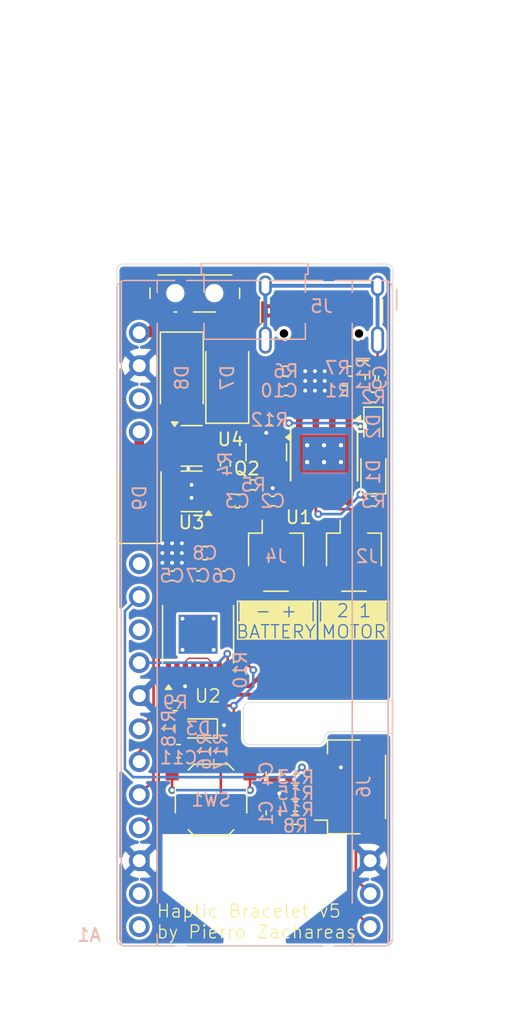
<source format=kicad_pcb>
(kicad_pcb (version 20241229) (generator "pcbnew") (generator_version "9.0")
  (layers (0 "F.Cu" signal) (2 "B.Cu" signal) (13 "F.Paste" user) (15 "B.Paste" user) (5 "F.SilkS" user "F.Silkscreen") (7 "B.SilkS" user "B.Silkscreen") (1 "F.Mask" user) (3 "B.Mask" user) (25 "Edge.Cuts" user))
  (net 0 "")
  (net 1 "GND")
  (net 2 "Net-(U4-VCC)")
  (net 3 "+BATT")
  (net 4 "Net-(U4-CS)")
  (net 5 "Net-(U1-~{STDBY})")
  (net 6 "Net-(D1-K)")
  (net 7 "Net-(J6-Pin_3)")
  (net 8 "Net-(J6-Pin_2)")
  (net 9 "AUX_DIGITAL")
  (net 10 "+5V")
  (net 11 "Net-(D2-K)")
  (net 12 "Net-(U1-~{CHRG})")
  (net 13 "Net-(U1-Prog)")
  (net 14 "AUX_DETECT")
  (net 15 "Net-(U2-nSleep)")
  (net 16 "+3V3")
  (net 17 "Net-(U3-G1)")
  (net 19 "-BATT")
  (net 20 "Net-(U3-G2)")
  (net 23 "VCC")
  (net 24 "IA1")
  (net 25 "MA1")
  (net 26 "MA2")
  (net 27 "IA2")
  (net 28 "Net-(U2-VCP)")
  (net 29 "Net-(U2-VINT)")
  (net 30 "Net-(A1-3V3)")
  (net 31 "Net-(A1-VSYS)")
  (net 32 "AUX_ANALOG")
  (net 35 "PAIR_BUTTON")
  (net 38 "Net-(J5-CC2)")
  (net 39 "Net-(J5-SHIELD)")
  (net 40 "Net-(J5-CC1)")
  (net 42 "Net-(R16-Pad2)")
  (net 45 "Net-(D8-K)")
  (net 49 "LED")
  (net 50 "Net-(D3-A)")
  (net 51 "nFAULT")
  (footprint "Button_Switch_THT:SW_SPDT_PCM12 vertical" (layer "F.Cu") (at 162.75 76.255 180)
    (property "Reference" "SW2" (hide yes))
    (property "Value" "SW_SPDT" (hide yes))
  )
  (footprint "Connector_JST:JST_SH_SM02B-SRSS-TB_1x02-1MP_P1.00mm_Horizontal" (layer "F.Cu") (at 166.75 94.75)
    (property "Reference" "J4")
    (property "Value" "Conn_01x02")
  )
  (footprint "Package_TO_SOT_SMD:SOT-23-6" (layer "F.Cu") (at 160.25 86.25)
    (property "Reference" "U4")
    (property "Value" "DW01A")
  )
  (footprint "Resistor_SMD:R_0402_1005Metric" (layer "F.Cu") (at 167.5 80.5)
    (property "Reference" "R6")
    (property "Value" "5.1k")
  )
  (footprint "Resistor_SMD:R_0402_1005Metric" (layer "F.Cu") (at 165 89.25)
    (property "Reference" "R5")
    (property "Value" "100")
  )
  (footprint "Resistor_SMD:R_0402_1005Metric" (layer "F.Cu") (at 166.25 84.25 180)
    (property "Reference" "R12")
    (property "Value" "10k")
  )
  (footprint "Capacitor_SMD:C_0402_1005Metric" (layer "F.Cu") (at 166.5 90.5)
    (property "Reference" "C2")
    (property "Value" "10 uF")
  )
  (footprint "Capacitor_SMD:C_0603_1608Metric" (layer "F.Cu") (at 159.25 109.75)
    (property "Reference" "C11")
    (property "Value" "0.1 uF")
  )
  (footprint "Resistor_SMD:R_0402_1005Metric" (layer "F.Cu") (at 174.25 82.5 180)
    (property "Reference" "R2")
    (property "Value" "1k")
  )
  (footprint "Diode_SMD:D_SMA" (layer "F.Cu") (at 159.5 81 -90)
    (property "Reference" "D8")
    (property "Value" "SS34")
  )
  (footprint "Resistor_SMD:R_0402_1005Metric" (layer "F.Cu") (at 168.25 113 180)
    (property "Reference" "R15")
    (property "Value" "10k")
  )
  (footprint "Capacitor_SMD:C_0603_1608Metric" (layer "F.Cu") (at 163.775 90.5)
    (property "Reference" "C3")
    (property "Value" "0.1 uF")
  )
  (footprint "Resistor_SMD:R_0402_1005Metric" (layer "F.Cu") (at 172.5 80.5 180)
    (property "Reference" "R7")
    (property "Value" "5.1k")
  )
  (footprint "Capacitor_SMD:C_0402_1005Metric" (layer "F.Cu") (at 162.75 96.25 180)
    (property "Reference" "C6")
    (property "Value" "10 nF")
  )
  (footprint "Connector_JST:JST_SH_SM02B-SRSS-TB_1x02-1MP_P1.00mm_Horizontal" (layer "F.Cu") (at 172.75 94.75)
    (property "Reference" "J2")
    (property "Value" "Conn_01x02")
  )
  (footprint "Resistor_SMD:R_0402_1005Metric" (layer "F.Cu") (at 172 82 180)
    (property "Reference" "R1")
    (property "Value" "5k")
  )
  (footprint "Capacitor_SMD:C_0603_1608Metric" (layer "F.Cu") (at 161.275 94.5 180)
    (property "Reference" "C8")
    (property "Value" "0.1 uF")
  )
  (footprint "Capacitor_SMD:C_0603_1608Metric" (layer "F.Cu") (at 166.5 111.5 -90)
    (property "Reference" "C4")
    (property "Value" "0.1 uF")
  )
  (footprint "Button_Switch_SMD:SW_Push_1P1T_XKB_TS-1187A" (layer "F.Cu") (at 161.75 113.5 180)
    (property "Reference" "SW1")
    (property "Value" "PAIR")
  )
  (footprint "Package_TO_SOT_SMD:SOT-23-6" (layer "F.Cu") (at 160.25 89.75 180)
    (property "Reference" "U3")
    (property "Value" "FS8205A")
  )
  (footprint "Diode_SMD:D_SMA" (layer "F.Cu") (at 156.25 90.25 90)
    (property "Reference" "D9")
    (property "Value" "SS34")
  )
  (footprint "Resistor_SMD:R_0402_1005Metric" (layer "F.Cu") (at 162.85 87.65 90)
    (property "Reference" "R4")
    (property "Value" "1k")
  )
  (footprint "Capacitor_SMD:C_0402_1005Metric" (layer "F.Cu") (at 167.5 82 180)
    (property "Reference" "C10")
    (property "Value" "10 uF")
  )
  (footprint "Connector_USB:USB_C_Receptacle_HCTL_HC-TYPE-C-16P-01A" (layer "F.Cu") (at 170.25 75 180)
    (property "Reference" "J5")
    (property "Value" "USB_C_Receptacle_PowerOnly_6P")
  )
  (footprint "Resistor_SMD:R_0402_1005Metric" (layer "F.Cu") (at 168.25 115 180)
    (property "Reference" "R8")
    (property "Value" "1k")
  )
  (footprint "Package_SO:TSSOP-16-1EP_4.4x5mm_P0.65mm_EP3x3mm_ThermalVias" (layer "F.Cu") (at 160.75 100.75 90)
    (property "Reference" "U2")
    (property "Value" "~")
  )
  (footprint "Resistor_SMD:R_0402_1005Metric" (layer "F.Cu") (at 162.5 109.75 90)
    (property "Reference" "R17")
    (property "Value" "10k")
  )
  (footprint "Resistor_SMD:R_0402_1005Metric" (layer "F.Cu") (at 158.99 106.25)
    (property "Reference" "R9")
    (property "Value" "20k")
  )
  (footprint "LED_SMD:LED_0805_2012Metric" (layer "F.Cu") (at 174.25 88.25 90)
    (property "Reference" "D1")
    (property "Value" "FULL")
  )
  (footprint "Capacitor_SMD:C_0603_1608Metric" (layer "F.Cu") (at 166.5 114.5 90)
    (property "Reference" "C1")
    (property "Value" "0.1 uF")
  )
  (footprint "Resistor_SMD:R_0402_1005Metric" (layer "F.Cu") (at 168.25 114 180)
    (property "Reference" "R14")
    (property "Value" "10k")
  )
  (footprint "Capacitor_SMD:C_0402_1005Metric" (layer "F.Cu") (at 158.77 96.25)
    (property "Reference" "C5")
    (property "Value" "2.2 uF")
  )
  (footprint "Resistor_SMD:R_0402_1005Metric" (layer "F.Cu") (at 174 81 90)
    (property "Reference" "R11")
    (property "Value" "1M")
  )
  (footprint "LED_SMD:LED_0603_1608Metric" (layer "F.Cu") (at 160.75 108 180)
    (property "Reference" "D3")
    (property "Value" "PAIR")
  )
  (footprint "LED_SMD:LED_0603_1608Metric" (layer "F.Cu") (at 174.25 84.75 -90)
    (property "Reference" "D2")
    (property "Value" "CHRG")
  )
  (footprint "Package_TO_SOT_SMD:SOT-23" (layer "F.Cu") (at 166 86.75 -90)
    (property "Reference" "Q2")
    (property "Value" "AO3401A")
  )
  (footprint "Resistor_SMD:R_0402_1005Metric" (layer "F.Cu") (at 158.5 108 -90)
    (property "Reference" "R18")
    (property "Value" "330")
  )
  (footprint "Connector_JST:JST_SH_SM05B-SRSS-TB_1x05-1MP_P1.00mm_Horizontal" (layer "F.Cu") (at 172.5 112.5 90)
    (property "Reference" "J6")
    (property "Value" "Conn_01x05_Socket")
  )
  (footprint "Resistor_SMD:R_0402_1005Metric" (layer "F.Cu") (at 168.25 112)
    (property "Reference" "R13")
    (property "Value" "1k")
  )
  (footprint "Diode_SMD:D_SMA" (layer "F.Cu") (at 163 81 90)
    (property "Reference" "D7")
    (property "Value" "SS34")
  )
  (footprint "Resistor_SMD:R_0402_1005Metric" (layer "F.Cu") (at 161.25 109.75 90)
    (property "Reference" "R16")
    (property "Value" "1k")
  )
  (footprint "Resistor_SMD:R_0402_1005Metric" (layer "F.Cu") (at 164 103.5 -90)
    (property "Reference" "R10")
    (property "Value" "10k")
  )
  (footprint "Resistor_SMD:R_0402_1005Metric" (layer "F.Cu") (at 174.25 90.5)
    (property "Reference" "R3")
    (property "Value" "1k")
  )
  (footprint "Capacitor_SMD:C_0402_1005Metric" (layer "F.Cu") (at 160.75 96.25 180)
    (property "Reference" "C7")
    (property "Value" "22 uF")
  )
  (footprint "Capacitor_SMD:C_0402_1005Metric" (layer "F.Cu") (at 175 81 90)
    (property "Reference" "C9")
    (property "Value" "10 nF")
  )
  (footprint "Package_SO:Texas_HTSOP-8-1EP_3.9x4.9mm_P1.27mm_EP2.95x4.9mm_Mask2.4x3.1mm_ThermalVias" (layer "F.Cu") (at 170.45 86.85 -90)
    (property "Reference" "U1")
    (property "Value" "TP4056")
  )
  (footprint "Module:RaspberryPi_Pico_Common_THT" (layer "B.Cu") (at 174 75 180)
    (property "Reference" "A1")
    (property "Value" "RaspberryPi_Pico_W")
  )
  (gr_rect (start 168.75 80.25) (end 170.75 82.25) (stroke (width 0.2)) (fill yes) (layer "F.Cu") (net 1))
  (gr_rect (start 157.75 93.5) (end 159.75 95.5) (stroke (width 0.2)) (fill yes) (layer "F.Cu") (net 1))
  (gr_arc (start 175.75 124.25) (mid 175.603553 124.603553) (end 175.25 124.75) (stroke (width 0.05)) (layer "Edge.Cuts"))
  (gr_arc (start 154.5 72.75) (mid 154.646447 72.396447) (end 155 72.25) (stroke (width 0.05)) (layer "Edge.Cuts"))
  (gr_line (start 164.749999 109.250001) (end 170 109.250001) (stroke (width 0.05)) (layer "Edge.Cuts"))
  (gr_arc (start 154.999999 124.750001) (mid 154.646446 124.603554) (end 154.499999 124.250001) (stroke (width 0.05)) (layer "Edge.Cuts"))
  (gr_arc (start 175.250001 72.249999) (mid 175.603554 72.396446) (end 175.750001 72.749999) (stroke (width 0.05)) (layer "Edge.Cuts"))
  (gr_arc (start 170.500001 108.750001) (mid 170.353554 109.103554) (end 170.000001 109.250001) (stroke (width 0.05)) (layer "Edge.Cuts"))
  (gr_line (start 154.499999 124.25) (end 154.5 72.75) (stroke (width 0.05)) (layer "Edge.Cuts"))
  (gr_line (start 175.25 124.75) (end 154.999999 124.75) (stroke (width 0.05)) (layer "Edge.Cuts"))
  (gr_arc (start 175.250001 108.249999) (mid 175.603554 108.396446) (end 175.750001 108.749999) (stroke (width 0.05)) (layer "Edge.Cuts"))
  (gr_arc (start 170.499999 108.749999) (mid 170.646446 108.396446) (end 170.999999 108.249999) (stroke (width 0.05)) (layer "Edge.Cuts"))
  (gr_line (start 175.750001 108.75) (end 175.75 124.25) (stroke (width 0.05)) (layer "Edge.Cuts"))
  (gr_line (start 164.249999 106.499999) (end 164.25 108.75) (stroke (width 0.05)) (layer "Edge.Cuts"))
  (gr_line (start 171 108.249999) (end 175.25 108.25) (stroke (width 0.05)) (layer "Edge.Cuts"))
  (gr_line (start 175.75 72.75) (end 175.750001 105.5) (stroke (width 0.05)) (layer "Edge.Cuts"))
  (gr_arc (start 164.249999 106.499999) (mid 164.396446 106.146446) (end 164.749999 105.999999) (stroke (width 0.05)) (layer "Edge.Cuts"))
  (gr_arc (start 164.749999 109.250001) (mid 164.396446 109.103554) (end 164.249999 108.750001) (stroke (width 0.05)) (layer "Edge.Cuts"))
  (gr_line (start 175.250001 106) (end 164.75 105.999999) (stroke (width 0.05)) (layer "Edge.Cuts"))
  (gr_line (start 155 72.25) (end 175.25 72.25) (stroke (width 0.05)) (layer "Edge.Cuts"))
  (gr_arc (start 175.750001 105.500001) (mid 175.603554 105.853554) (end 175.250001 106.000001) (stroke (width 0.05)) (layer "Edge.Cuts"))
  (gr_text "Haptic Bracelet v5\nby Pierro Zachareas" (at 157.5 124.25 0) (layer "F.SilkS") (effects (font (size 1 1) (thickness 0.1)) (justify left bottom)))
  (gr_text "| - + |\nBATTERY" (at 166.75 99.75 0) (layer "F.SilkS" knockout) (effects (font (size 1 1) (thickness 0.1))))
  (gr_text "| 2 1 |\nMOTOR" (at 172.75 99.75 0) (layer "F.SilkS" knockout) (effects (font (size 1 1) (thickness 0.1))))
  (segment (start 172.355 82.155) (end 172.51 82) (width 0.2) (layer "F.Cu") (net 1))
  (segment (start 158.829999 94.5) (end 160.27 95.940001) (width 0.75) (layer "F.Cu") (net 1))
  (segment (start 167 112.775) (end 166.5 112.275) (width 0.2) (layer "F.Cu") (net 1))
  (segment (start 166.99 80.5) (end 166.99 78.805) (width 0.3) (layer "F.Cu") (net 1))
  (segment (start 166.99 80.5) (end 167.74 81.25) (width 0.3) (layer "F.Cu") (net 1))
  (segment (start 166.5 113.725) (end 167.465 113.725) (width 0.2) (layer "F.Cu") (net 1))
  (segment (start 166.5 90.02) (end 166.02 90.5) (width 0.2) (layer "F.Cu") (net 1))
  (segment (start 173.329 78.866) (end 173.329 80.181) (width 0.3) (layer "F.Cu") (net 1))
  (segment (start 173.01 80.52) (end 174 81.51) (width 0.2) (layer "F.Cu") (net 1))
  (segment (start 160 88) (end 160.8 88.8) (width 0.2) (layer "F.Cu") (net 1))
  (segment (start 160.026001 102.599) (end 159.775 102.850001) (width 0.1) (layer "F.Cu") (net 1))
  (segment (start 160.025 109.75) (end 160.025 109.5125) (width 0.2) (layer "F.Cu") (net 1))
  (segment (start 171.25 110.5) (end 171.75 111) (width 0.2) (layer "F.Cu") (net 1))
  (segment (start 160.25 90.25) (end 160.25 89.25) (width 0.2) (layer "F.Cu") (net 1))
  (segment (start 167.98 82) (end 169 82) (width 0.2) (layer "F.Cu") (net 1))
  (segment (start 165.74 84.99) (end 166 85.25) (width 0.2) (layer "F.Cu") (net 1))
  (segment (start 167.465 113.725) (end 167.74 114) (width 0.2) (layer "F.Cu") (net 1))
  (segment (start 167 113) (end 167 112.775) (width 0.2) (layer "F.Cu") (net 1))
  (segment (start 159.775 102.850001) (end 159.775 103.625) (width 0.1) (layer "F.Cu") (net 1))
  (segment (start 174 81.51) (end 174.97 81.51) (width 0.2) (layer "F.Cu") (net 1))
  (segment (start 172.51 81.5) (end 172.26 81.25) (width 0.2) (layer "F.Cu") (net 1))
  (segment (start 161.725 102.850001) (end 161.473999 102.599) (width 0.1) (layer "F.Cu") (net 1))
  (segment (start 161.5375 108) (end 162.5 108) (width 0.2) (layer "F.Cu") (net 1))
  (segment (start 165.74 84.25) (end 165.74 84.99) (width 0.2) (layer "F.Cu") (net 1))
  (segment (start 158.29 94.96) (end 158.75 94.5) (width 0.2) (layer "F.Cu") (net 1))
  (segment (start 161.5375 108.2775) (end 162.5 109.24) (width 0.2) (layer "F.Cu") (net 1))
  (segment (start 174.97 81.51) (end 175 81.48) (width 0.2) (layer "F.Cu") (net 1))
  (segment (start 159.775 103.625) (end 159.775 104.725) (width 0.2) (layer "F.Cu") (net 1))
  (segment (start 170.5 110.5) (end 171.25 110.5) (width 0.2) (layer "F.Cu") (net 1))
  (segment (start 173.01 80.5) (end 173.01 80.52) (width 0.2) (layer "F.Cu") (net 1))
  (segment (start 167 113.225) (end 166.5 113.725) (width 0.2) (layer "F.Cu") (net 1))
  (segment (start 160.025 109.5125) (end 161.5375 108) (width 0.2) (layer "F.Cu") (net 1))
  (segment (start 159.775 104.725) (end 159.75 104.75) (width 0.2) (layer "F.Cu") (net 1))
  (segment (start 160.8 88.8) (end 161.3875 88.8) (width 0.2) (layer "F.Cu") (net 1))
  (segment (start 162.5 108) (end 162.75 107.75) (width 0.2) (layer "F.Cu") (net 1))
  (segment (start 161.473999 102.599) (end 160.026001 102.599) (width 0.1) (layer "F.Cu") (net 1))
  (segment (start 167 113) (end 167.74 113) (width 0.2) (layer "F.Cu") (net 1))
  (segment (start 160.7 88.8) (end 161.3875 88.8) (width 0.2) (layer "F.Cu") (net 1))
  (segment (start 161.3875 88.8) (end 162.21 88.8) (width 0.2) (layer "F.Cu") (net 1))
  (segment (start 166.99 78.805) (end 167.05 78.745) (width 0.3) (layer "F.Cu") (net 1))
  (segment (start 167.74 81.25) (end 169 81.25) (width 0.3) (layer "F.Cu") (net 1))
  (segment (start 169.815 83.975) (end 169.815 81.315) (width 0.75) (layer "F.Cu") (net 1))
  (segment (start 173.329 80.181) (end 173.01 80.5) (width 0.3) (layer "F.Cu") (net 1))
  (segment (start 172.355 83.975) (end 172.355 82.155) (width 0.2) (layer "F.Cu") (net 1))
  (segment (start 167 113) (end 167 113.225) (width 0.2) (layer "F.Cu") (net 1))
  (segment (start 166.5 89.5) (end 166.5 90.02) (width 0.2) (layer "F.Cu") (net 1))
  (segment (start 158.75 94.5) (end 158.829999 94.5) (width 0.75) (layer "F.Cu") (net 1))
  (segment (start 173.45 78.745) (end 173.329 78.866) (width 0.3) (layer "F.Cu") (net 1))
  (segment (start 160.425 97.875) (end 160.425 96.405) (width 0.3) (layer "F.Cu") (net 1))
  (segment (start 169.815 81.315) (end 169.75 81.25) (width 0.75) (layer "F.Cu") (net 1))
  (segment (start 158.75 94.5) (end 160.5 94.5) (width 0.75) (layer "F.Cu") (net 1))
  (segment (start 172.51 82) (end 172.51 81.5) (width 0.2) (layer "F.Cu") (net 1))
  (segment (start 160.25 89.25) (end 160.7 88.8) (width 0.2) (layer "F.Cu") (net 1))
  (segment (start 160.425 96.405) (end 160.27 96.25) (width 0.3) (layer "F.Cu") (net 1))
  (segment (start 160.27 95.940001) (end 160.27 96.25) (width 0.75) (layer "F.Cu") (net 1))
  (segment (start 161.725 103.625) (end 161.725 102.850001) (width 0.1) (layer "F.Cu") (net 1))
  (segment (start 173.01 80.5) (end 172.26 81.25) (width 0.3) (layer "F.Cu") (net 1))
  (segment (start 162.21 88.8) (end 162.85 88.16) (width 0.2) (layer "F.Cu") (net 1))
  (segment (start 172.26 81.25) (end 170.5 81.25) (width 0.3) (layer "F.Cu") (net 1))
  (segment (start 158.29 96.25) (end 158.29 94.96) (width 0.2) (layer "F.Cu") (net 1))
  (segment (start 161.5375 108) (end 161.5375 108.2775) (width 0.2) (layer "F.Cu") (net 1))
  (via (at 171.75 111) (size 0.6) (drill 0.3) (layers "F.Cu" "B.Cu") (net 1))
  (via (at 160 88) (size 0.6) (drill 0.3) (layers "F.Cu" "B.Cu") (net 1))
  (via (at 158.75 94.5) (size 0.6) (drill 0.3) (layers "F.Cu" "B.Cu") (net 1))
  (via (at 158.75 93.75) (size 0.6) (drill 0.3) (layers "F.Cu" "B.Cu") (net 1))
  (via (at 158 95.25) (size 0.6) (drill 0.3) (layers "F.Cu" "B.Cu") (net 1))
  (via (at 169.75 80.5) (size 0.6) (drill 0.3) (layers "F.Cu" "B.Cu") (net 1))
  (via (at 159.75 104.75) (size 0.6) (drill 0.3) (layers "F.Cu" "B.Cu") (net 1))
  (via (at 159.5 93.75) (size 0.6) (drill 0.3) (layers "F.Cu" "B.Cu") (net 1))
  (via (at 158.75 95.25) (size 0.6) (drill 0.3) (layers "F.Cu" "B.Cu") (net 1))
  (via (at 158 94.5) (size 0.6) (drill 0.3) (layers "F.Cu" "B.Cu") (net 1))
  (via (at 159.5 95.25) (size 0.6) (drill 0.3) (layers "F.Cu" "B.Cu") (net 1))
  (via (at 170.5 82) (size 0.6) (drill 0.3) (layers "F.Cu" "B.Cu") (net 1))
  (via (at 166.5 89.5) (size 0.6) (drill 0.3) (layers "F.Cu" "B.Cu") (net 1))
  (via (at 166 85.25) (size 0.6) (drill 0.3) (layers "F.Cu" "B.Cu") (net 1))
  (via (at 169 81.25) (size 0.6) (drill 0.3) (layers "F.Cu" "B.Cu") (net 1))
  (via (at 159.5 94.5) (size 0.6) (drill 0.3) (layers "F.Cu" "B.Cu") (net 1))
  (via (at 160.25 89.25) (size 0.6) (drill 0.3) (layers "F.Cu" "B.Cu") (net 1))
  (via (at 169.75 81.25) (size 0.6) (drill 0.3) (layers "F.Cu" "B.Cu") (net 1))
  (via (at 169.75 82) (size 0.6) (drill 0.3) (layers "F.Cu" "B.Cu") (net 1))
  (via (at 162.75 107.75) (size 0.6) (drill 0.3) (layers "F.Cu" "B.Cu") (net 1))
  (via (at 170.5 81.25) (size 0.6) (drill 0.3) (layers "F.Cu" "B.Cu") (net 1))
  (via (at 169 80.5) (size 0.6) (drill 0.3) (layers "F.Cu" "B.Cu") (net 1))
  (via (at 160.25 90.25) (size 0.6) (drill 0.3) (layers "F.Cu" "B.Cu") (net 1))
  (via (at 169 82) (size 0.6) (drill 0.3) (layers "F.Cu" "B.Cu") (net 1))
  (via (at 170.5 80.5) (size 0.6) (drill 0.3) (layers "F.Cu" "B.Cu") (net 1))
  (via (at 158 93.75) (size 0.6) (drill 0.3) (layers "F.Cu" "B.Cu") (net 1))
  (via (at 167 113) (size 0.6) (drill 0.3) (layers "F.Cu" "B.Cu") (net 1))
  (segment (start 160.725001 86.25) (end 161.3875 86.25) (width 0.2) (layer "F.Cu") (net 2))
  (segment (start 164.422 89.182) (end 164.422 86.426744) (width 0.2) (layer "F.Cu") (net 2))
  (segment (start 164.422 86.426744) (end 162.619256 84.624) (width 0.2) (layer "F.Cu") (net 2))
  (segment (start 164.49 89.25) (end 164.422 89.182) (width 0.2) (layer "F.Cu") (net 2))
  (segment (start 160.424 85.948999) (end 160.725001 86.25) (width 0.2) (layer "F.Cu") (net 2))
  (segment (start 160.424 84.959032) (end 160.424 85.948999) (width 0.2) (layer "F.Cu") (net 2))
  (segment (start 160.759032 84.624) (end 160.424 84.959032) (width 0.2) (layer "F.Cu") (net 2))
  (segment (start 162.619256 84.624) (end 160.759032 84.624) (width 0.2) (layer "F.Cu") (net 2))
  (segment (start 164.49 90.44) (end 164.55 90.5) (width 0.2) (layer "F.Cu") (net 2))
  (segment (start 164.49 89.25) (end 164.49 90.44) (width 0.2) (layer "F.Cu") (net 2))
  (segment (start 167.77 90.5) (end 168.545 89.725) (width 0.2) (layer "F.Cu") (net 3))
  (segment (start 166 87.6875) (end 166.5075 87.6875) (width 0.75) (layer "F.Cu") (net 3))
  (segment (start 168.545 91.455) (end 167.25 92.75) (width 0.75) (layer "F.Cu") (net 3))
  (segment (start 166.5075 87.6875) (end 168.545 89.725) (width 0.75) (layer "F.Cu") (net 3))
  (segment (start 166 87.6875) (end 166 88.76) (width 0.2) (layer "F.Cu") (net 3))
  (segment (start 168.545 89.725) (end 168.545 91.455) (width 0.75) (layer "F.Cu") (net 3))
  (segment (start 166.98 90.5) (end 167.77 90.5) (width 0.2) (layer "F.Cu") (net 3))
  (segment (start 166 88.76) (end 165.51 89.25) (width 0.2) (layer "F.Cu") (net 3))
  (segment (start 159.774999 86.25) (end 160.424 86.899001) (width 0.2) (layer "F.Cu") (net 4))
  (segment (start 159.1125 86.25) (end 159.774999 86.25) (width 0.2) (layer "F.Cu") (net 4))
  (segment (start 160.424 86.899001) (end 160.424 87.540968) (width 0.2) (layer "F.Cu") (net 4))
  (segment (start 160.684032 87.801) (end 162.189 87.801) (width 0.2) (layer "F.Cu") (net 4))
  (segment (start 162.189 87.801) (end 162.85 87.14) (width 0.2) (layer "F.Cu") (net 4))
  (segment (start 160.424 87.540968) (end 160.684032 87.801) (width 0.2) (layer "F.Cu") (net 4))
  (segment (start 173.74 90.5) (end 173.74 90.49) (width 0.2) (layer "F.Cu") (net 5))
  (segment (start 173.74 90.49) (end 173.25 90) (width 0.2) (layer "F.Cu") (net 5))
  (segment (start 169.815 89.725) (end 169.815 91.315) (width 0.2) (layer "F.Cu") (net 5))
  (segment (start 169.815 91.315) (end 170 91.5) (width 0.2) (layer "F.Cu") (net 5))
  (via (at 170 91.5) (size 0.6) (drill 0.3) (layers "F.Cu" "B.Cu") (net 5))
  (via (at 173.25 90) (size 0.6) (drill 0.3) (layers "F.Cu" "B.Cu") (net 5))
  (segment (start 170 91.5) (end 171.75 91.5) (width 0.2) (layer "B.Cu") (net 5))
  (segment (start 171.75 91.5) (end 173.25 90) (width 0.2) (layer "B.Cu") (net 5))
  (segment (start 174.76 90.5) (end 174.76 89.6975) (width 0.2) (layer "F.Cu") (net 6))
  (segment (start 174.76 89.6975) (end 174.25 89.1875) (width 0.2) (layer "F.Cu") (net 6))
  (segment (start 168.76 112) (end 169.26 112.5) (width 0.2) (layer "F.Cu") (net 7))
  (segment (start 169.26 112.5) (end 170.5 112.5) (width 0.2) (layer "F.Cu") (net 7))
  (segment (start 168.76 113) (end 168.76 112) (width 0.2) (layer "F.Cu") (net 7))
  (segment (start 169.26 113.5) (end 170.5 113.5) (width 0.2) (layer "F.Cu") (net 8))
  (segment (start 168.76 115) (end 168.76 114) (width 0.2) (layer "F.Cu") (net 8))
  (segment (start 168.76 114) (end 169.26 113.5) (width 0.2) (layer "F.Cu") (net 8))
  (segment (start 166.5 110.76) (end 167.74 112) (width 0.2) (layer "F.Cu") (net 9))
  (segment (start 171.972836 115.75) (end 170.75 115.75) (width 0.2) (layer "F.Cu") (net 9))
  (segment (start 166.5 110.725) (end 166.5 110.76) (width 0.2) (layer "F.Cu") (net 9))
  (segment (start 165.724 115.72411) (end 165.724 111.7635) (width 0.2) (layer "F.Cu") (net 9))
  (segment (start 172.311 116.088164) (end 171.972836 115.75) (width 0.2) (layer "F.Cu") (net 9))
  (segment (start 166.02589 116.026) (end 165.724 115.72411) (width 0.2) (layer "F.Cu") (net 9))
  (segment (start 174 123.26) (end 172.311 121.571) (width 0.2) (layer "F.Cu") (net 9))
  (segment (start 166.5 110.9875) (end 166.5 110.725) (width 0.2) (layer "F.Cu") (net 9))
  (segment (start 172.311 121.571) (end 172.311 116.088164) (width 0.2) (layer "F.Cu") (net 9))
  (segment (start 170.474 116.026) (end 166.02589 116.026) (width 0.2) (layer "F.Cu") (net 9))
  (segment (start 165.724 111.7635) (end 166.5 110.9875) (width 0.2) (layer "F.Cu") (net 9))
  (segment (start 170.75 115.75) (end 170.474 116.026) (width 0.2) (layer "F.Cu") (net 9))
  (segment (start 167.5 84.25) (end 167.75 84.5) (width 0.2) (layer "F.Cu") (net 10))
  (segment (start 164.854 77.109306) (end 164.854 80.284) (width 0.75) (layer "F.Cu") (net 10))
  (segment (start 165.75 75.5) (end 170.009534 75.5) (width 0.3) (layer "F.Cu") (net 10))
  (segment (start 170.009534 75.5) (end 172.65 78.140466) (width 0.3) (layer "F.Cu") (net 10))
  (segment (start 166.995025 76.213306) (end 168.086 77.304281) (width 0.3) (layer "F.Cu") (net 10))
  (segment (start 166.95 82.38) (end 166.95 85.8125) (width 0.75) (layer "F.Cu") (net 10))
  (segment (start 173.201 88.3615) (end 174.25 87.3125) (width 0.2) (layer "F.Cu") (net 10))
  (segment (start 164.854 77.109306) (end 164.854 77.146) (width 0.75) (layer "F.Cu") (net 10))
  (segment (start 174.0375 85.5375) (end 173.25 84.75) (width 0.2) (layer "F.Cu") (net 10))
  (segment (start 168.086 77.904466) (end 167.85 78.140466) (width 0.3) (layer "F.Cu") (net 10))
  (segment (start 166.76 84.25) (end 167.5 84.25) (width 0.2) (layer "F.Cu") (net 10))
  (segment (start 174.25 85.5375) (end 174.0375 85.5375) (width 0.2) (layer "F.Cu") (net 10))
  (segment (start 172.65 78.140466) (end 172.65 78.745) (width 0.3) (layer "F.Cu") (net 10))
  (segment (start 165.75 76.213306) (end 165.75 75.5) (width 0.75) (layer "F.Cu") (net 10))
  (segment (start 165.75 76.213306) (end 166.995025 76.213306) (width 0.3) (layer "F.Cu") (net 10))
  (segment (start 168.086 77.304281) (end 168.086 77.904466) (width 0.3) (layer "F.Cu") (net 10))
  (segment (start 165.75 76.213306) (end 164.854 77.109306) (width 0.75) (layer "F.Cu") (net 10))
  (segment (start 166.95 82.38) (end 168.545 83.975) (width 0.75) (layer "F.Cu") (net 10))
  (segment (start 167.85 78.140466) (end 167.85 78.745) (width 0.3) (layer "F.Cu") (net 10))
  (segment (start 172.355 89.725) (end 173.201 88.879) (width 0.2) (layer "F.Cu") (net 10))
  (segment (start 173.201 88.879) (end 173.201 88.3615) (width 0.2) (layer "F.Cu") (net 10))
  (segment (start 164.854 77.146) (end 163 79) (width 0.75) (layer "F.Cu") (net 10))
  (segment (start 174.25 87.3125) (end 174.25 85.5375) (width 0.2) (layer "F.Cu") (net 10))
  (segment (start 164.854 80.284) (end 166.95 82.38) (width 0.75) (layer "F.Cu") (net 10))
  (via (at 167.75 84.5) (size 0.6) (drill 0.3) (layers "F.Cu" "B.Cu") (net 10))
  (via (at 173.25 84.75) (size 0.6) (drill 0.3) (layers "F.Cu" "B.Cu") (net 10))
  (segment (start 173.25 84.75) (end 173 84.5) (width 0.2) (layer "B.Cu") (net 10))
  (segment (start 173 84.5) (end 167.75 84.5) (width 0.2) (layer "B.Cu") (net 10))
  (segment (start 173.74 82.5) (end 173.74 83.4525) (width 0.2) (layer "F.Cu") (net 11))
  (segment (start 173.74 83.4525) (end 174.25 83.9625) (width 0.2) (layer "F.Cu") (net 11))
  (segment (start 175.331 83.071) (end 175.331 90.86934) (width 0.2) (layer "F.Cu") (net 12))
  (segment (start 171.636 91.126) (end 171.085 90.575) (width 0.2) (layer "F.Cu") (net 12))
  (segment (start 174.76 82.5) (end 175.331 83.071) (width 0.2) (layer "F.Cu") (net 12))
  (segment (start 171.085 90.575) (end 171.085 89.725) (width 0.2) (layer "F.Cu") (net 12))
  (segment (start 175.07434 91.126) (end 171.636 91.126) (width 0.2) (layer "F.Cu") (net 12))
  (segment (start 175.331 90.86934) (end 175.07434 91.126) (width 0.2) (layer "F.Cu") (net 12))
  (segment (start 171.085 82.665) (end 171.49 82.26) (width 0.2) (layer "F.Cu") (net 13))
  (segment (start 171.49 82.26) (end 171.49 82) (width 0.2) (layer "F.Cu") (net 13))
  (segment (start 171.085 83.975) (end 171.085 82.665) (width 0.2) (layer "F.Cu") (net 13))
  (segment (start 170.3339 115.349) (end 172.349 115.349) (width 0.2) (layer "F.Cu") (net 14))
  (segment (start 167.74 115) (end 168.361 115.621) (width 0.2) (layer "F.Cu") (net 14))
  (segment (start 172.349 115.349) (end 172.894 115.894) (width 0.2) (layer "F.Cu") (net 14))
  (segment (start 166.5 115.275) (end 167.465 115.275) (width 0.2) (layer "F.Cu") (net 14))
  (segment (start 172.894 119.614) (end 174 120.72) (width 0.2) (layer "F.Cu") (net 14))
  (segment (start 167.465 115.275) (end 167.74 115) (width 0.2) (layer "F.Cu") (net 14))
  (segment (start 172.894 115.894) (end 172.894 119.614) (width 0.2) (layer "F.Cu") (net 14))
  (segment (start 170.0619 115.621) (end 170.3339 115.349) (width 0.2) (layer "F.Cu") (net 14))
  (segment (start 168.361 115.621) (end 170.0619 115.621) (width 0.2) (layer "F.Cu") (net 14))
  (segment (start 158.48 106.25) (end 158.48 103.63) (width 0.2) (layer "F.Cu") (net 15))
  (segment (start 158.48 103.63) (end 158.475 103.625) (width 0.2) (layer "F.Cu") (net 15))
  (segment (start 161.075 97.875) (end 161.075 96.405) (width 0.3) (layer "F.Cu") (net 16))
  (segment (start 162.05 94.5) (end 162.05 93.4875) (width 0.75) (layer "F.Cu") (net 16))
  (segment (start 163.23 96.25) (end 163.75 96.77) (width 0.2) (layer "F.Cu") (net 16))
  (segment (start 164.49 102.99) (end 165 103.5) (width 0.2) (layer "F.Cu") (net 16))
  (segment (start 164 102.25) (end 164 102.99) (width 0.2) (layer "F.Cu") (net 16))
  (segment (start 170.5 114.5) (end 170.925 114.5) (width 0.2) (layer "F.Cu") (net 16))
  (segment (start 163.75 102) (end 164 102.25) (width 0.2) (layer "F.Cu") (net 16))
  (segment (start 170.925 114.5) (end 172.5 112.925) (width 0.2) (layer "F.Cu") (net 16))
  (segment (start 159.5 106.25) (end 163.5 106.25) (width 0.2) (layer "F.Cu") (net 16))
  (segment (start 172.5 112.925) (end 172.5 110.650001) (width 0.2) (layer "F.Cu") (net 16))
  (segment (start 161.23 95.77) (end 162.05 94.95) (width 0.75) (layer "F.Cu") (net 16))
  (segment (start 171.650999 109.801) (end 164.301 109.801) (width 0.2) (layer "F.Cu") (net 16))
  (segment (start 162.05 94.95) (end 162.05 94.5) (width 0.75) (layer "F.Cu") (net 16))
  (segment (start 156.25 92.25) (end 160.8125 92.25) (width 0.75) (layer "F.Cu") (net 16))
  (segment (start 164.75 111.625) (end 164.75 112.75) (width 0.2) (layer "F.Cu") (net 16))
  (segment (start 162.05 95.07) (end 163.23 96.25) (width 0.2) (layer "F.Cu") (net 16))
  (segment (start 161.075 96.405) (end 161.23 96.25) (width 0.3) (layer "F.Cu") (net 16))
  (segment (start 162.05 93.4875) (end 161.0625 92.5) (width 0.75) (layer "F.Cu") (net 16))
  (segment (start 160.8125 92.25) (end 161.0625 92.5) (width 0.75) (layer "F.Cu") (net 16))
  (segment (start 161.23 96.25) (end 161.23 95.77) (width 0.75) (layer "F.Cu") (net 16))
  (segment (start 164.301 109.801) (end 164.75 110.25) (width 0.2) (layer "F.Cu") (net 16))
  (segment (start 162.05 94.5) (end 162.05 95.07) (width 0.2) (layer "F.Cu") (net 16))
  (segment (start 164.75 110.25) (end 164.75 111.625) (width 0.2) (layer "F.Cu") (net 16))
  (segment (start 163.5 109) (end 163.5 106.25) (width 0.2) (layer "F.Cu") (net 16))
  (segment (start 164.301 109.801) (end 163.5 109) (width 0.2) (layer "F.Cu") (net 16))
  (segment (start 158.75 112.75) (end 158.75 111.625) (width 0.2) (layer "F.Cu") (net 16))
  (segment (start 163.75 96.77) (end 163.75 102) (width 0.2) (layer "F.Cu") (net 16))
  (segment (start 164 102.99) (end 164.49 102.99) (width 0.2) (layer "F.Cu") (net 16))
  (segment (start 172.5 110.650001) (end 171.650999 109.801) (width 0.2) (layer "F.Cu") (net 16))
  (via (at 158.75 112.75) (size 0.6) (drill 0.3) (layers "F.Cu" "B.Cu") (net 16))
  (via (at 163.5 106.25) (size 0.6) (drill 0.3) (layers "F.Cu" "B.Cu") (net 16))
  (via (at 165 103.5) (size 0.6) (drill 0.3) (layers "F.Cu" "B.Cu") (net 16))
  (via (at 164.75 112.75) (size 0.6) (drill 0.3) (layers "F.Cu" "B.Cu") (net 16))
  (segment (start 165 104.75) (end 164 105.75) (width 0.2) (layer "B.Cu") (net 16))
  (segment (start 165 103.5) (end 165 104.75) (width 0.2) (layer "B.Cu") (net 16))
  (segment (start 164.75 112.75) (end 158.75 112.75) (width 0.2) (layer "B.Cu") (net 16))
  (segment (start 164 105.75) (end 163.5 106.25) (width 0.2) (layer "B.Cu") (net 16))
  (segment (start 158.149 85.601001) (end 158.450001 85.3) (width 0.2) (layer "F.Cu") (net 17))
  (segment (start 158.758032 90.7) (end 158.149 90.090968) (width 0.2) (layer "F.Cu") (net 17))
  (segment (start 158.149 90.090968) (end 158.149 85.601001) (width 0.2) (layer "F.Cu") (net 17))
  (segment (start 159.1125 90.7) (end 158.758032 90.7) (width 0.2) (layer "F.Cu") (net 17))
  (segment (start 158.450001 85.3) (end 159.1125 85.3) (width 0.2) (layer "F.Cu") (net 17))
  (segment (start 165.18598 92.75) (end 166.25 92.75) (width 0.75) (layer "F.Cu") (net 19))
  (segment (start 163 90.5) (end 163 90.56402) (width 0.75) (layer "F.Cu") (net 19))
  (segment (start 163 89.339248) (end 163 90.5) (width 0.75) (layer "F.Cu") (net 19))
  (segment (start 162.339248 85.3) (end 163.746 86.706752) (width 0.75) (layer "F.Cu") (net 19))
  (segment (start 161.3875 85.3) (end 162.339248 85.3) (width 0.75) (layer "F.Cu") (net 19))
  (segment (start 163.746 86.706752) (end 163.746 88.593248) (width 0.75) (layer "F.Cu") (net 19))
  (segment (start 161.3875 90.7) (end 162.8 90.7) (width 0.75) (layer "F.Cu") (net 19))
  (segment (start 163.746 88.593248) (end 163 89.339248) (width 0.75) (layer "F.Cu") (net 19))
  (segment (start 162.8 90.7) (end 163 90.5) (width 0.75) (layer "F.Cu") (net 19))
  (segment (start 163 90.56402) (end 165.18598 92.75) (width 0.75) (layer "F.Cu") (net 19))
  (segment (start 159.1125 88.8) (end 159.1125 87.2) (width 0.2) (layer "F.Cu") (net 20))
  (segment (start 163 83) (end 165.05 85.05) (width 0.75) (layer "F.Cu") (net 23))
  (segment (start 165.05 85.05) (end 165.05 85.8125) (width 0.75) (layer "F.Cu") (net 23))
  (segment (start 159.5 83) (end 163 83) (width 0.75) (layer "F.Cu") (net 23))
  (segment (start 156.22 108.02) (end 157.326 106.914) (width 0.2) (layer "F.Cu") (net 24))
  (segment (start 157.326 106.914) (end 157.326 99.024) (width 0.2) (layer "F.Cu") (net 24))
  (segment (start 157.326 99.024) (end 158.475 97.875) (width 0.2) (layer "F.Cu") (net 24))
  (segment (start 159.480346 105.401) (end 165.099 105.401) (width 0.3) (layer "F.Cu") (net 25))
  (segment (start 159.099 103.651) (end 159.099 105.019654) (width 0.3) (layer "F.Cu") (net 25))
  (segment (start 173.25 92.75) (end 173.25 97.25) (width 0.3) (layer "F.Cu") (net 25))
  (segment (start 159.099 105.019654) (end 159.480346 105.401) (width 0.3) (layer "F.Cu") (net 25))
  (segment (start 159.125 103.625) (end 159.099 103.651) (width 0.3) (layer "F.Cu") (net 25))
  (segment (start 165.099 105.401) (end 173.25 97.25) (width 0.3) (layer "F.Cu") (net 25))
  (segment (start 160.776001 104.751) (end 164.749 104.751) (width 0.3) (layer "F.Cu") (net 26))
  (segment (start 164.749 104.751) (end 172.25 97.25) (width 0.3) (layer "F.Cu") (net 26))
  (segment (start 160.425 104.399999) (end 160.776001 104.751) (width 0.3) (layer "F.Cu") (net 26))
  (segment (start 160.425 103.625) (end 160.425 104.399999) (width 0.3) (layer "F.Cu") (net 26))
  (segment (start 172.25 92.75) (end 172.25 97.25) (width 0.3) (layer "F.Cu") (net 26))
  (segment (start 157.727 108.273) (end 157.727 100.171) (width 0.2) (layer "F.Cu") (net 27))
  (segment (start 156.22 110.56) (end 156.22 109.78) (width 0.2) (layer "F.Cu") (net 27))
  (segment (start 159.125 98.773) (end 159.125 97.875) (width 0.2) (layer "F.Cu") (net 27))
  (segment (start 157.727 100.171) (end 159.125 98.773) (width 0.2) (layer "F.Cu") (net 27))
  (segment (start 156.22 109.78) (end 157.727 108.273) (width 0.2) (layer "F.Cu") (net 27))
  (segment (start 161.725 97.875) (end 161.725 96.795) (width 0.2) (layer "F.Cu") (net 28))
  (segment (start 161.725 96.795) (end 162.27 96.25) (width 0.2) (layer "F.Cu") (net 28))
  (segment (start 159.775 97.875) (end 159.775 96.775) (width 0.2) (layer "F.Cu") (net 29))
  (segment (start 159.775 96.775) (end 159.25 96.25) (width 0.2) (layer "F.Cu") (net 29))
  (segment (start 156.22 88.22) (end 156.25 88.25) (width 0.75) (layer "F.Cu") (net 30))
  (segment (start 156.22 85.16) (end 156.22 88.22) (width 0.75) (layer "F.Cu") (net 30))
  (segment (start 156.965 77.54) (end 158.25 76.255) (width 0.75) (layer "F.Cu") (net 31))
  (segment (start 156.22 77.54) (end 156.965 77.54) (width 0.75) (layer "F.Cu") (net 31))
  (segment (start 170.5 111.5) (end 169.25 111.5) (width 0.2) (layer "F.Cu") (net 32))
  (segment (start 169.25 111.5) (end 168.75 111) (width 0.2) (layer "F.Cu") (net 32))
  (via (at 168.75 111) (size 0.6) (drill 0.3) (layers "F.Cu" "B.Cu") (net 32))
  (segment (start 168 111.75) (end 168.75 111) (width 0.2) (layer "B.Cu") (net 32))
  (segment (start 155.114 98.966) (end 155.114 111.114) (width 0.2) (layer "B.Cu") (net 32))
  (segment (start 156.22 97.86) (end 155.114 98.966) (width 0.2) (layer "B.Cu") (net 32))
  (segment (start 155.75 111.75) (end 168 111.75) (width 0.2) (layer "B.Cu") (net 32))
  (segment (start 155.114 111.114) (end 155.75 111.75) (width 0.2) (layer "B.Cu") (net 32))
  (segment (start 159.251 110.526) (end 158.475 109.75) (width 0.2) (layer "F.Cu") (net 35))
  (segment (start 156.22 115.64) (end 157.722 114.138) (width 0.2) (layer "F.Cu") (net 35))
  (segment (start 160.984 110.526) (end 159.251 110.526) (width 0.2) (layer "F.Cu") (net 35))
  (segment (start 157.722 110.503) (end 158.475 109.75) (width 0.2) (layer "F.Cu") (net 35))
  (segment (start 157.722 114.138) (end 157.722 110.503) (width 0.2) (layer "F.Cu") (net 35))
  (segment (start 161.25 110.26) (end 160.984 110.526) (width 0.2) (layer "F.Cu") (net 35))
  (segment (start 168.5 78.745) (end 168.5 79.9329) (width 0.2) (layer "F.Cu") (net 38))
  (segment (start 168.01 80.4229) (end 168.01 80.5) (width 0.2) (layer "F.Cu") (net 38))
  (segment (start 168.5 79.9329) (end 168.01 80.4229) (width 0.2) (layer "F.Cu") (net 38))
  (segment (start 174 80.49) (end 174.97 80.49) (width 0.2) (layer "F.Cu") (net 39))
  (segment (start 174.57 80.09) (end 175 80.52) (width 0.2) (layer "F.Cu") (net 39))
  (segment (start 174.57 78.105) (end 174.57 80.09) (width 0.2) (layer "F.Cu") (net 39))
  (segment (start 174.97 80.49) (end 175 80.52) (width 0.2) (layer "F.Cu") (net 39))
  (segment (start 165.93 78.105) (end 165.93 73.925) (width 0.3) (layer "B.Cu") (net 39))
  (segment (start 174.57 78.105) (end 174.57 73.925) (width 0.3) (layer "B.Cu") (net 39))
  (segment (start 165.93 73.925) (end 174.57 73.925) (width 0.3) (layer "B.Cu") (net 39))
  (segment (start 171.5 78.745) (end 171.5 80.01) (width 0.2) (layer "F.Cu") (net 40))
  (segment (start 171.5 80.01) (end 171.99 80.5) (width 0.2) (layer "F.Cu") (net 40))
  (segment (start 161.25 109.24) (end 161.48 109.24) (width 0.2) (layer "F.Cu") (net 42))
  (segment (start 158.75 115.375) (end 164.75 115.375) (width 0.2) (layer "F.Cu") (net 42))
  (segment (start 164.75 115.375) (end 162.5 113.125) (width 0.2) (layer "F.Cu") (net 42))
  (segment (start 162.5 113.125) (end 162.5 110.26) (width 0.2) (layer "F.Cu") (net 42))
  (segment (start 161.48 109.24) (end 162.5 110.26) (width 0.2) (layer "F.Cu") (net 42))
  (segment (start 159.75 78.75) (end 159.5 79) (width 0.75) (layer "F.Cu") (net 45))
  (segment (start 159.75 76.255) (end 159.75 78.75) (width 0.75) (layer "F.Cu") (net 45))
  (segment (start 158.180001 108.51) (end 158.5 108.51) (width 0.2) (layer "F.Cu") (net 49))
  (segment (start 157.321 109.369001) (end 158.180001 108.51) (width 0.2) (layer "F.Cu") (net 49))
  (segment (start 156.22 113.1) (end 157.321 111.999) (width 0.2) (layer "F.Cu") (net 49))
  (segment (start 157.321 111.999) (end 157.321 109.369001) (width 0.2) (layer "F.Cu") (net 49))
  (segment (start 159.4525 107.49) (end 159.9625 108) (width 0.2) (layer "F.Cu") (net 50))
  (segment (start 158.5 107.49) (end 159.4525 107.49) (width 0.2) (layer "F.Cu") (net 50))
  (segment (start 163.025 103.625) (end 163.025 102.275) (width 0.2) (layer "F.Cu") (net 51))
  (segment (start 163.025 103.625) (end 163.615 103.625) (width 0.2) (layer "F.Cu") (net 51))
  (segment (start 163.025 102.275) (end 163 102.25) (width 0.2) (layer "F.Cu") (net 51))
  (segment (start 163.615 103.625) (end 164 104.01) (width 0.2) (layer "F.Cu") (net 51))
  (via (at 163 102.25) (size 0.6) (drill 0.3) (layers "F.Cu" "B.Cu") (net 51))
  (segment (start 162.31 102.94) (end 156.22 102.94) (width 0.2) (layer "B.Cu") (net 51))
  (segment (start 163 102.25) (end 162.31 102.94) (width 0.2) (layer "B.Cu") (net 51))
  (zone (net 1) (net_name "GND") (layer "B.Cu") (connect_pads (clearance 0)) (min_thickness 0.25) (fill yes (thermal_gap 0.5) (thermal_bridge_width 0.5))
    (polygon (pts (xy 146.75 70) (xy 184.5 69.75) (xy 185 130.75) (xy 145.5 129.5)))
  )
)
</source>
